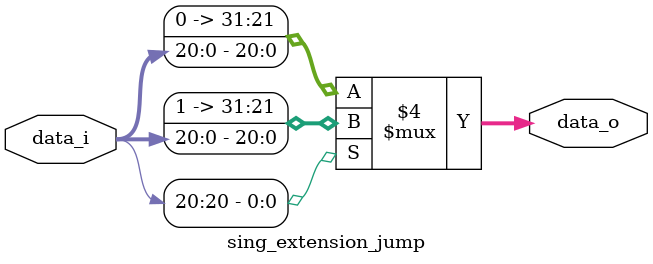
<source format=v>
`timescale 1ns / 1ps


module sing_extension_jump(
    input [20:0] data_i,
    output reg [31:0] data_o
);

    always @(*) begin
        if (data_i[20] == 1) 
            data_o = { {11{1'b1}}, data_i };
        else 
            data_o = { {11{1'b0}}, data_i };
    end

endmodule

</source>
